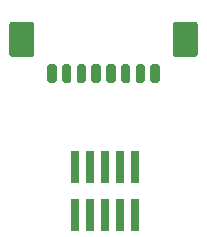
<source format=gbr>
%TF.GenerationSoftware,KiCad,Pcbnew,5.1.10*%
%TF.CreationDate,2021-08-08T15:42:29+02:00*%
%TF.ProjectId,debugconn,64656275-6763-46f6-9e6e-2e6b69636164,rev?*%
%TF.SameCoordinates,Original*%
%TF.FileFunction,Paste,Top*%
%TF.FilePolarity,Positive*%
%FSLAX46Y46*%
G04 Gerber Fmt 4.6, Leading zero omitted, Abs format (unit mm)*
G04 Created by KiCad (PCBNEW 5.1.10) date 2021-08-08 15:42:29*
%MOMM*%
%LPD*%
G01*
G04 APERTURE LIST*
%ADD10R,0.740000X2.790000*%
G04 APERTURE END LIST*
D10*
%TO.C,J4*%
X158115000Y-74165000D03*
X158115000Y-78235000D03*
X156845000Y-74165000D03*
X156845000Y-78235000D03*
X155575000Y-74165000D03*
X155575000Y-78235000D03*
X154305000Y-74165000D03*
X154305000Y-78235000D03*
X153035000Y-74165000D03*
X153035000Y-78235000D03*
%TD*%
%TO.C,J3*%
G36*
G01*
X149546000Y-62125900D02*
X149546000Y-64626100D01*
G75*
G02*
X149296100Y-64876000I-249900J0D01*
G01*
X147695900Y-64876000D01*
G75*
G02*
X147446000Y-64626100I0J249900D01*
G01*
X147446000Y-62125900D01*
G75*
G02*
X147695900Y-61876000I249900J0D01*
G01*
X149296100Y-61876000D01*
G75*
G02*
X149546000Y-62125900I0J-249900D01*
G01*
G37*
G36*
G01*
X163396000Y-62125900D02*
X163396000Y-64626100D01*
G75*
G02*
X163146100Y-64876000I-249900J0D01*
G01*
X161545900Y-64876000D01*
G75*
G02*
X161296000Y-64626100I0J249900D01*
G01*
X161296000Y-62125900D01*
G75*
G02*
X161545900Y-61876000I249900J0D01*
G01*
X163146100Y-61876000D01*
G75*
G02*
X163396000Y-62125900I0J-249900D01*
G01*
G37*
G36*
G01*
X151446000Y-65676000D02*
X151446000Y-66876000D01*
G75*
G02*
X151246000Y-67076000I-200000J0D01*
G01*
X150846000Y-67076000D01*
G75*
G02*
X150646000Y-66876000I0J200000D01*
G01*
X150646000Y-65676000D01*
G75*
G02*
X150846000Y-65476000I200000J0D01*
G01*
X151246000Y-65476000D01*
G75*
G02*
X151446000Y-65676000I0J-200000D01*
G01*
G37*
G36*
G01*
X152696000Y-65676000D02*
X152696000Y-66876000D01*
G75*
G02*
X152496000Y-67076000I-200000J0D01*
G01*
X152096000Y-67076000D01*
G75*
G02*
X151896000Y-66876000I0J200000D01*
G01*
X151896000Y-65676000D01*
G75*
G02*
X152096000Y-65476000I200000J0D01*
G01*
X152496000Y-65476000D01*
G75*
G02*
X152696000Y-65676000I0J-200000D01*
G01*
G37*
G36*
G01*
X153946000Y-65676000D02*
X153946000Y-66876000D01*
G75*
G02*
X153746000Y-67076000I-200000J0D01*
G01*
X153346000Y-67076000D01*
G75*
G02*
X153146000Y-66876000I0J200000D01*
G01*
X153146000Y-65676000D01*
G75*
G02*
X153346000Y-65476000I200000J0D01*
G01*
X153746000Y-65476000D01*
G75*
G02*
X153946000Y-65676000I0J-200000D01*
G01*
G37*
G36*
G01*
X155196000Y-65676000D02*
X155196000Y-66876000D01*
G75*
G02*
X154996000Y-67076000I-200000J0D01*
G01*
X154596000Y-67076000D01*
G75*
G02*
X154396000Y-66876000I0J200000D01*
G01*
X154396000Y-65676000D01*
G75*
G02*
X154596000Y-65476000I200000J0D01*
G01*
X154996000Y-65476000D01*
G75*
G02*
X155196000Y-65676000I0J-200000D01*
G01*
G37*
G36*
G01*
X156446000Y-65676000D02*
X156446000Y-66876000D01*
G75*
G02*
X156246000Y-67076000I-200000J0D01*
G01*
X155846000Y-67076000D01*
G75*
G02*
X155646000Y-66876000I0J200000D01*
G01*
X155646000Y-65676000D01*
G75*
G02*
X155846000Y-65476000I200000J0D01*
G01*
X156246000Y-65476000D01*
G75*
G02*
X156446000Y-65676000I0J-200000D01*
G01*
G37*
G36*
G01*
X157696000Y-65676000D02*
X157696000Y-66876000D01*
G75*
G02*
X157496000Y-67076000I-200000J0D01*
G01*
X157096000Y-67076000D01*
G75*
G02*
X156896000Y-66876000I0J200000D01*
G01*
X156896000Y-65676000D01*
G75*
G02*
X157096000Y-65476000I200000J0D01*
G01*
X157496000Y-65476000D01*
G75*
G02*
X157696000Y-65676000I0J-200000D01*
G01*
G37*
G36*
G01*
X158946000Y-65676000D02*
X158946000Y-66876000D01*
G75*
G02*
X158746000Y-67076000I-200000J0D01*
G01*
X158346000Y-67076000D01*
G75*
G02*
X158146000Y-66876000I0J200000D01*
G01*
X158146000Y-65676000D01*
G75*
G02*
X158346000Y-65476000I200000J0D01*
G01*
X158746000Y-65476000D01*
G75*
G02*
X158946000Y-65676000I0J-200000D01*
G01*
G37*
G36*
G01*
X160196000Y-65676000D02*
X160196000Y-66876000D01*
G75*
G02*
X159996000Y-67076000I-200000J0D01*
G01*
X159596000Y-67076000D01*
G75*
G02*
X159396000Y-66876000I0J200000D01*
G01*
X159396000Y-65676000D01*
G75*
G02*
X159596000Y-65476000I200000J0D01*
G01*
X159996000Y-65476000D01*
G75*
G02*
X160196000Y-65676000I0J-200000D01*
G01*
G37*
%TD*%
M02*

</source>
